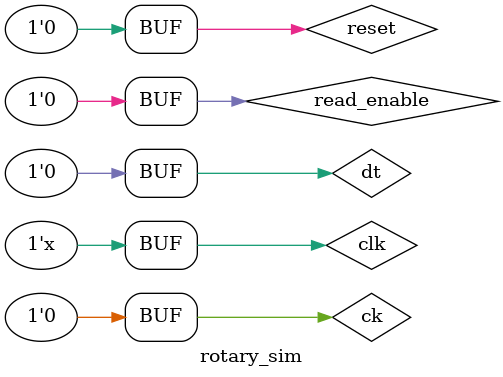
<source format=v>
`timescale 1ns / 1ps

module rotary_sim();
    reg clk = 0;
    reg reset = 0;
    
    reg ck = 0;
    reg dt = 0;
    reg read_enable = 0;
    wire signed [7:0] out;
    integer i;
    
    initial 
    begin
        reset = 0;
        #2
        reset = 1;
        #16
        reset = 0;
                
        // Move forward
        ck <= 1;
        dt <= 1;
        #3000 
        
        // Read 
        #100
        read_enable <= 1;
        #100
        read_enable <= 0;
        #100
        
        // Move backwards
        ck <= 0;
        dt <= 1;
        #3000 
        
        // Read 
        #100
        read_enable <= 1;
        #100
        read_enable <= 0;
        
        // Do nothing (should get back 0)
        #100
        read_enable <= 1;
        #100
        read_enable <= 0;   
        
        // Move forward twice
        ck <= 1;
        dt <= 1;
        #3000
        
        ck <= 0;
        dt <= 0;
        #3000 

        // Read 
        #100
        read_enable <= 1;
        #100
        read_enable <= 0;
    end
    
    always #1
    begin
        clk<= ~clk;
    end
    
    rotary_enc #(
        .CYCLES(1000)
    ) rot (
        .aclk(clk), 
        .reset(reset),
        .ck(ck), 
        .dt(dt),
        .read_enable(read_enable),
        .out(out));
endmodule

</source>
